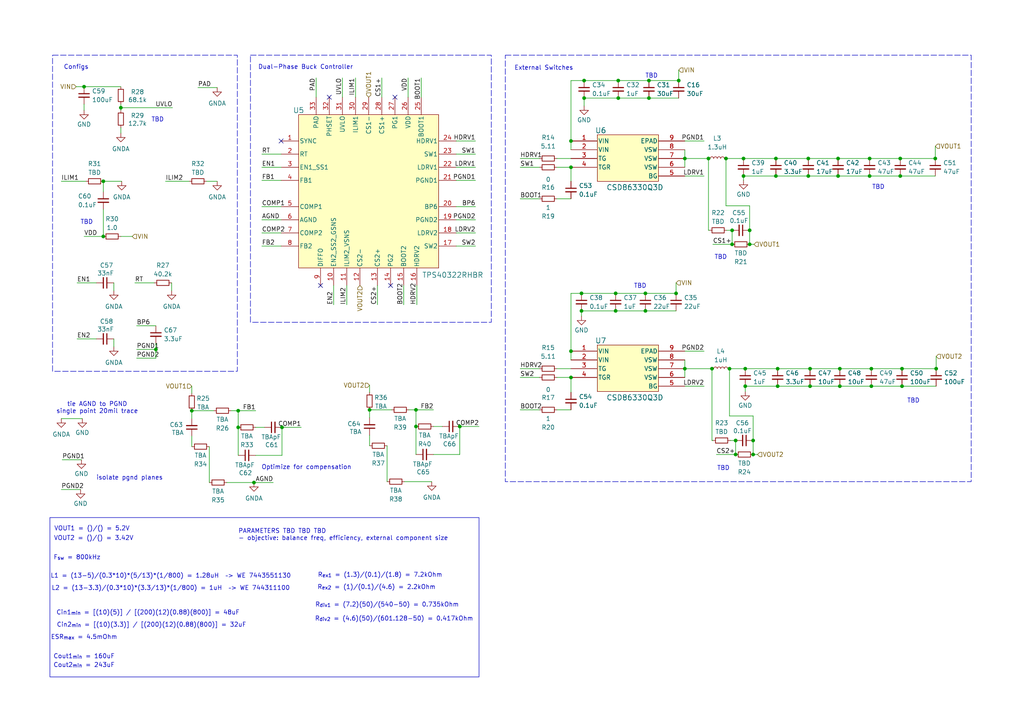
<source format=kicad_sch>
(kicad_sch (version 20230819) (generator eeschema)
  (paper "A4")
  (lib_symbols
    (symbol "CSD86330Q3D:CSD86330Q3D" (pin_names (offset 0.254))
      (property "Reference" "U" (at -8.636 6.858 0))
      (property "Value" "CSD86330Q3D" (at 2.032 -9.652 0))
      (symbol "CSD86330Q3D_0_1"
        (pin input line (at -16.51 3.81 0) (length 7.62) (name "VIN") (number "1"))
        (pin input line (at -16.51 1.27 0) (length 7.62) (name "VIN") (number "2"))
        (pin unspecified line (at -16.51 -1.27 0) (length 7.62) (name "TG") (number "3"))
        (pin unspecified line (at -16.51 -3.81 0) (length 7.62) (name "TGR") (number "4"))
        (pin unspecified line (at 16.51 -6.35 180) (length 7.62) (name "BG") (number "5"))
        (pin unspecified line (at 16.51 -3.81 180) (length 7.62) (name "VSW") (number "6"))
        (pin unspecified line (at 16.51 -1.27 180) (length 7.62) (name "VSW") (number "7"))
        (pin unspecified line (at 16.51 1.27 180) (length 7.62) (name "VSW") (number "8"))
        (pin power_in line (at 16.51 3.81 180) (length 7.62) (name "EPAD") (number "9"))
      )
      (symbol "CSD86330Q3D_1_1"
        (rectangle (start -8.89 5.588) (end 8.89 -7.874) (fill (type background)))
      )
    )
    (symbol "Device:C_Small" (pin_numbers hide) (pin_names (offset 0.254) hide)
      (property "Reference" "C" (at 0.254 1.778 0))
      (property "Value" "C_Small" (at 0.254 -2.032 0))
      (symbol "C_Small_0_1"
        (polyline (pts (xy -1.524 -0.508) (xy 1.524 -0.508)) (stroke (width 0.3302)))
        (polyline (pts (xy -1.524 0.508) (xy 1.524 0.508)) (stroke (width 0.3048)))
      )
      (symbol "C_Small_1_1"
        (pin passive line (at 0 2.54 270) (length 2.032) (name "~") (number "1"))
        (pin passive line (at 0 -2.54 90) (length 2.032) (name "~") (number "2"))
      )
    )
    (symbol "Device:L_Small" (pin_numbers hide) (pin_names (offset 0.254) hide)
      (property "Reference" "L" (at 0.762 1.016 0))
      (property "Value" "L_Small" (at 0.762 -1.016 0))
      (symbol "L_Small_0_1"
        (arc (start 0 -2.032) (mid 0.5058 -1.524) (end 0 -1.016))
        (arc (start 0 -1.016) (mid 0.5058 -0.508) (end 0 0))
        (arc (start 0 0) (mid 0.5058 0.508) (end 0 1.016))
        (arc (start 0 1.016) (mid 0.5058 1.524) (end 0 2.032))
      )
      (symbol "L_Small_1_1"
        (pin passive line (at 0 2.54 270) (length 0.508) (name "~") (number "1"))
        (pin passive line (at 0 -2.54 90) (length 0.508) (name "~") (number "2"))
      )
    )
    (symbol "Device:R_Small" (pin_numbers hide) (pin_names (offset 0.254) hide)
      (property "Reference" "R" (at 0.762 0.508 0))
      (property "Value" "R_Small" (at 0.762 -1.016 0))
      (symbol "R_Small_0_1"
        (rectangle (start -0.762 1.778) (end 0.762 -1.778) (stroke (width 0.2032)))
      )
      (symbol "R_Small_1_1"
        (pin passive line (at 0 2.54 270) (length 0.762) (name "~") (number "1"))
        (pin passive line (at 0 -2.54 90) (length 0.762) (name "~") (number "2"))
      )
    )
    (symbol "TPS40322RHBR:TPS40322RHBR" (pin_names (offset 0.254))
      (property "Reference" "U" (at -21.59 24.13 0))
      (property "Value" "TPS40322RHBR" (at 23.114 -23.114 0))
      (symbol "TPS40322RHBR_0_1"
        (pin bidirectional line (at -25.4 15.24 0) (length 5.08) (name "SYNC") (number "1"))
        (pin input line (at -10.16 -26.67 90) (length 5.08) (name "EN2_SS2_GSNS") (number "10"))
        (pin input line (at -6.35 -26.67 90) (length 5.08) (name "ILIM2_VSNS") (number "11"))
        (pin input line (at -2.54 -26.67 90) (length 5.08) (name "CS2-") (number "12"))
        (pin input line (at 2.54 -26.67 90) (length 5.08) (name "CS2+") (number "13"))
        (pin output line (at 6.35 -26.67 90) (length 5.08) (name "PG2") (number "14"))
        (pin power_in line (at 10.16 -26.67 90) (length 5.08) (name "BOOT2") (number "15"))
        (pin output line (at 13.97 -26.67 90) (length 5.08) (name "HDRV2") (number "16"))
        (pin power_in line (at 25.4 -15.24 180) (length 5.08) (name "SW2") (number "17"))
        (pin output line (at 25.4 -11.43 180) (length 5.08) (name "LDRV2") (number "18"))
        (pin power_in line (at 25.4 -7.62 180) (length 5.08) (name "PGND2") (number "19"))
        (pin input line (at -25.4 11.43 0) (length 5.08) (name "RT") (number "2"))
        (pin output line (at 25.4 -3.81 180) (length 5.08) (name "BP6") (number "20"))
        (pin power_in line (at 25.4 3.81 180) (length 5.08) (name "PGND1") (number "21"))
        (pin output line (at 25.4 7.62 180) (length 5.08) (name "LDRV1") (number "22"))
        (pin power_in line (at 25.4 11.43 180) (length 5.08) (name "SW1") (number "23"))
        (pin output line (at 25.4 15.24 180) (length 5.08) (name "HDRV1") (number "24"))
        (pin power_in line (at 15.24 27.94 270) (length 5.08) (name "BOOT1") (number "25"))
        (pin power_in line (at 11.43 27.94 270) (length 5.08) (name "VDD") (number "26"))
        (pin output line (at 7.62 27.94 270) (length 5.08) (name "PG1") (number "27"))
        (pin input line (at 3.81 27.94 270) (length 5.08) (name "CS1+") (number "28"))
        (pin input line (at 0 27.94 270) (length 5.08) (name "CS1-") (number "29"))
        (pin input line (at -25.4 7.62 0) (length 5.08) (name "EN1_SS1") (number "3"))
        (pin input line (at -3.81 27.94 270) (length 5.08) (name "ILIM1") (number "30"))
        (pin input line (at -7.62 27.94 270) (length 5.08) (name "UVLO") (number "31"))
        (pin input line (at -11.43 27.94 270) (length 5.08) (name "PHSET") (number "32"))
        (pin power_in line (at -15.24 27.94 270) (length 5.08) (name "PAD") (number "33"))
        (pin input line (at -25.4 3.81 0) (length 5.08) (name "FB1") (number "4"))
        (pin output line (at -25.4 -3.81 0) (length 5.08) (name "COMP1") (number "5"))
        (pin power_in line (at -25.4 -7.62 0) (length 5.08) (name "AGND") (number "6"))
        (pin output line (at -25.4 -11.43 0) (length 5.08) (name "COMP2") (number "7"))
        (pin input line (at -25.4 -15.24 0) (length 5.08) (name "FB2") (number "8"))
        (pin output line (at -13.97 -26.67 90) (length 5.08) (name "DIFFO") (number "9"))
      )
      (symbol "TPS40322RHBR_1_1"
        (rectangle (start -20.32 22.86) (end 20.32 -21.59) (fill (type background)))
      )
    )
    (symbol "power:GND" (power) (pin_names (offset 0))
      (property "Value" "GND" (at 0 -3.81 0))
      (symbol "GND_0_1"
        (polyline (pts (xy 0 0) (xy 0 -1.27) (xy 1.27 -1.27) (xy 0 -2.54) (xy -1.27 -1.27) (xy 0 -1.27)))
      )
      (symbol "GND_1_1"
        (pin power_in line (at 0 0 270) (length 0) hide (name "GND") (number "1"))
      )
    )
    (symbol "power:GNDA" (power) (pin_names (offset 0))
      (property "Value" "GNDA" (at 0 -3.81 0))
      (symbol "GNDA_0_1"
        (polyline (pts (xy 0 0) (xy 0 -1.27) (xy 1.27 -1.27) (xy 0 -2.54) (xy -1.27 -1.27) (xy 0 -1.27)))
      )
      (symbol "GNDA_1_1"
        (pin power_in line (at 0 0 270) (length 0) hide (name "GNDA") (number "1"))
      )
    )
  )
  (junction (at 225.044 51.054))
  (junction (at 205.486 45.974))
  (junction (at 243.586 112.014))
  (junction (at 271.272 45.974))
  (junction (at 261.62 112.014))
  (junction (at 188.214 23.368))
  (junction (at 187.198 90.17))
  (junction (at 198.628 106.934))
  (junction (at 212.344 66.802))
  (junction (at 234.95 106.934))
  (junction (at 81.788 123.952))
  (junction (at 196.85 23.368))
  (junction (at 213.36 127.762))
  (junction (at 215.646 45.974))
  (junction (at 24.384 25.146))
  (junction (at 169.418 23.368))
  (junction (at 165.608 40.894))
  (junction (at 73.66 139.954))
  (junction (at 243.586 106.934))
  (junction (at 29.972 52.578))
  (junction (at 120.65 118.872))
  (junction (at 107.188 118.872))
  (junction (at 216.154 112.014))
  (junction (at 252.222 51.054))
  (junction (at 211.582 106.934))
  (junction (at 225.552 112.014))
  (junction (at 168.656 90.17))
  (junction (at 120.65 123.698))
  (junction (at 225.044 45.974))
  (junction (at 29.972 68.58))
  (junction (at 179.324 23.368))
  (junction (at 168.656 85.09))
  (junction (at 178.562 90.17))
  (junction (at 217.424 66.802))
  (junction (at 215.646 51.054))
  (junction (at 196.088 85.09))
  (junction (at 261.112 51.054))
  (junction (at 261.62 106.934))
  (junction (at 179.324 28.448))
  (junction (at 165.608 109.474))
  (junction (at 218.44 131.826))
  (junction (at 252.73 106.934))
  (junction (at 210.566 45.974))
  (junction (at 225.552 106.934))
  (junction (at 271.526 106.934))
  (junction (at 55.626 119.126))
  (junction (at 216.154 106.934))
  (junction (at 69.088 119.126))
  (junction (at 252.222 45.974))
  (junction (at 234.442 51.054))
  (junction (at 45.212 101.346))
  (junction (at 165.608 101.854))
  (junction (at 133.35 123.698))
  (junction (at 178.562 85.09))
  (junction (at 213.36 131.826))
  (junction (at 206.502 106.934))
  (junction (at 234.95 112.014))
  (junction (at 243.078 45.974))
  (junction (at 212.344 70.866))
  (junction (at 187.198 85.09))
  (junction (at 169.418 28.448))
  (junction (at 261.112 45.974))
  (junction (at 188.214 28.448))
  (junction (at 252.73 112.014))
  (junction (at 234.442 45.974))
  (junction (at 217.424 70.866))
  (junction (at 165.608 48.514))
  (junction (at 35.052 31.242))
  (junction (at 243.078 51.054))
  (junction (at 198.628 45.974))
  (junction (at 218.44 127.762))
  (junction (at 69.088 123.952))
  (no_connect (at 92.964 82.804))
  (no_connect (at 95.504 28.194))
  (no_connect (at 113.284 82.804))
  (no_connect (at 114.554 28.194))
  (no_connect (at 81.534 40.894))
  (wire (pts (xy 69.088 119.126) (xy 69.088 123.952)))
  (wire (pts (xy 198.628 112.014) (xy 204.216 112.014)))
  (wire (pts (xy 271.272 42.418) (xy 271.272 45.974)))
  (wire (pts (xy 210.566 45.974) (xy 215.646 45.974)))
  (wire (pts (xy 81.534 71.374) (xy 75.946 71.374)))
  (wire (pts (xy 45.212 101.346) (xy 45.212 103.886)))
  (wire (pts (xy 156.464 106.934) (xy 150.876 106.934)))
  (wire (pts (xy 225.552 106.934) (xy 234.95 106.934)))
  (wire (pts (xy 234.442 51.054) (xy 243.078 51.054)))
  (wire (pts (xy 178.562 90.17) (xy 187.198 90.17)))
  (wire (pts (xy 91.694 28.194) (xy 91.694 22.606)))
  (wire (pts (xy 156.464 109.474) (xy 150.876 109.474)))
  (wire (pts (xy 178.562 85.09) (xy 187.198 85.09)))
  (wire (pts (xy 110.744 28.194) (xy 110.744 22.606)))
  (wire (pts (xy 215.646 45.974) (xy 225.044 45.974)))
  (wire (pts (xy 161.544 106.934) (xy 165.608 106.934)))
  (wire (pts (xy 261.112 45.974) (xy 271.272 45.974)))
  (wire (pts (xy 74.168 123.952) (xy 76.708 123.952)))
  (wire (pts (xy 69.088 119.126) (xy 74.168 119.126)))
  (wire (pts (xy 169.418 28.448) (xy 169.418 30.734)))
  (wire (pts (xy 133.35 123.698) (xy 138.938 123.698)))
  (wire (pts (xy 27.94 98.298) (xy 22.352 98.298)))
  (wire (pts (xy 217.424 59.69) (xy 217.424 66.802)))
  (wire (pts (xy 74.168 132.08) (xy 81.788 132.08)))
  (wire (pts (xy 156.464 48.514) (xy 150.876 48.514)))
  (wire (pts (xy 107.188 118.872) (xy 107.188 121.158)))
  (wire (pts (xy 211.582 106.934) (xy 211.582 120.65)))
  (wire (pts (xy 168.656 90.17) (xy 168.656 91.694)))
  (wire (pts (xy 252.73 112.014) (xy 261.62 112.014)))
  (wire (pts (xy 165.608 85.09) (xy 168.656 85.09)))
  (wire (pts (xy 179.324 28.448) (xy 188.214 28.448)))
  (wire (pts (xy 132.334 48.514) (xy 137.922 48.514)))
  (wire (pts (xy 165.608 40.894) (xy 165.608 23.368)))
  (wire (pts (xy 161.544 45.974) (xy 165.608 45.974)))
  (wire (pts (xy 206.502 127.762) (xy 206.756 127.762)))
  (wire (pts (xy 35.052 68.58) (xy 38.354 68.58)))
  (wire (pts (xy 261.112 51.054) (xy 271.272 51.054)))
  (wire (pts (xy 211.836 127.762) (xy 213.36 127.762)))
  (wire (pts (xy 62.992 25.4) (xy 57.404 25.4)))
  (wire (pts (xy 23.622 133.35) (xy 18.034 133.35)))
  (wire (pts (xy 132.334 71.374) (xy 137.922 71.374)))
  (wire (pts (xy 161.544 48.514) (xy 165.608 48.514)))
  (wire (pts (xy 225.044 45.974) (xy 234.442 45.974)))
  (wire (pts (xy 212.344 70.866) (xy 206.756 70.866)))
  (wire (pts (xy 65.786 139.954) (xy 73.66 139.954)))
  (wire (pts (xy 35.052 30.226) (xy 35.052 31.242)))
  (wire (pts (xy 112.268 129.286) (xy 112.268 139.7)))
  (wire (pts (xy 49.784 82.042) (xy 49.784 84.328)))
  (wire (pts (xy 33.02 98.298) (xy 33.02 100.584)))
  (wire (pts (xy 213.36 127.762) (xy 213.36 131.826)))
  (wire (pts (xy 169.418 28.448) (xy 179.324 28.448)))
  (wire (pts (xy 216.154 112.014) (xy 225.552 112.014)))
  (wire (pts (xy 55.626 119.126) (xy 61.976 119.126)))
  (wire (pts (xy 29.972 60.706) (xy 29.972 68.58)))
  (wire (pts (xy 252.222 51.054) (xy 261.112 51.054)))
  (wire (pts (xy 198.628 101.854) (xy 204.216 101.854)))
  (wire (pts (xy 156.464 57.658) (xy 150.876 57.658)))
  (wire (pts (xy 243.586 106.934) (xy 252.73 106.934)))
  (wire (pts (xy 22.098 25.146) (xy 24.384 25.146)))
  (wire (pts (xy 218.44 131.826) (xy 219.71 131.826)))
  (wire (pts (xy 125.73 123.698) (xy 128.27 123.698)))
  (wire (pts (xy 55.626 119.126) (xy 55.626 121.412)))
  (wire (pts (xy 243.078 51.054) (xy 252.222 51.054)))
  (wire (pts (xy 198.628 106.934) (xy 198.628 109.474)))
  (wire (pts (xy 24.384 25.146) (xy 35.052 25.146)))
  (wire (pts (xy 211.582 106.934) (xy 216.154 106.934)))
  (wire (pts (xy 215.646 51.054) (xy 215.646 52.324)))
  (wire (pts (xy 81.534 48.514) (xy 75.946 48.514)))
  (wire (pts (xy 33.02 82.042) (xy 33.02 84.328)))
  (wire (pts (xy 81.788 132.08) (xy 81.788 123.952)))
  (wire (pts (xy 213.36 131.826) (xy 207.772 131.826)))
  (wire (pts (xy 73.66 139.954) (xy 79.248 139.954)))
  (wire (pts (xy 81.788 123.952) (xy 87.376 123.952)))
  (wire (pts (xy 55.626 112.014) (xy 55.626 114.046)))
  (wire (pts (xy 187.198 90.17) (xy 196.088 90.17)))
  (wire (pts (xy 132.334 44.704) (xy 137.922 44.704)))
  (wire (pts (xy 206.502 106.934) (xy 206.502 127.762)))
  (wire (pts (xy 132.334 52.324) (xy 137.922 52.324)))
  (wire (pts (xy 107.188 111.76) (xy 107.188 113.792)))
  (wire (pts (xy 23.368 141.986) (xy 17.78 141.986)))
  (wire (pts (xy 165.608 109.474) (xy 165.608 113.792)))
  (wire (pts (xy 45.212 99.568) (xy 45.212 101.346)))
  (wire (pts (xy 59.944 52.578) (xy 62.992 52.578)))
  (wire (pts (xy 120.65 123.698) (xy 120.65 131.826)))
  (wire (pts (xy 48.006 52.578) (xy 54.864 52.578)))
  (wire (pts (xy 109.474 82.804) (xy 109.474 88.392)))
  (wire (pts (xy 45.212 94.488) (xy 39.624 94.488)))
  (wire (pts (xy 188.214 28.448) (xy 196.85 28.448)))
  (wire (pts (xy 35.052 37.084) (xy 35.052 38.608)))
  (wire (pts (xy 45.212 101.346) (xy 39.624 101.346)))
  (wire (pts (xy 187.198 85.09) (xy 196.088 85.09)))
  (wire (pts (xy 161.544 118.872) (xy 165.608 118.872)))
  (wire (pts (xy 198.628 51.054) (xy 204.216 51.054)))
  (wire (pts (xy 120.65 118.872) (xy 125.73 118.872)))
  (wire (pts (xy 243.586 112.014) (xy 252.73 112.014)))
  (wire (pts (xy 217.424 70.866) (xy 218.694 70.866)))
  (wire (pts (xy 188.214 23.368) (xy 196.85 23.368)))
  (wire (pts (xy 96.774 82.804) (xy 96.774 88.392)))
  (wire (pts (xy 118.364 28.194) (xy 118.364 22.606)))
  (wire (pts (xy 120.65 118.872) (xy 120.65 123.698)))
  (wire (pts (xy 169.418 23.368) (xy 179.324 23.368)))
  (wire (pts (xy 117.094 82.804) (xy 117.094 88.392)))
  (wire (pts (xy 81.534 67.564) (xy 75.946 67.564)))
  (wire (pts (xy 103.124 28.194) (xy 103.124 22.606)))
  (wire (pts (xy 218.44 127.762) (xy 218.44 131.826)))
  (wire (pts (xy 216.154 112.014) (xy 216.154 113.538)))
  (wire (pts (xy 211.582 120.65) (xy 218.44 120.65)))
  (wire (pts (xy 27.94 82.042) (xy 22.352 82.042)))
  (wire (pts (xy 165.608 40.894) (xy 165.608 43.434)))
  (wire (pts (xy 252.73 106.934) (xy 261.62 106.934)))
  (wire (pts (xy 60.706 129.54) (xy 60.706 139.954)))
  (wire (pts (xy 225.552 112.014) (xy 234.95 112.014)))
  (wire (pts (xy 198.628 106.934) (xy 206.502 106.934)))
  (wire (pts (xy 198.628 104.394) (xy 198.628 106.934)))
  (wire (pts (xy 69.088 123.952) (xy 69.088 132.08)))
  (wire (pts (xy 234.95 106.934) (xy 243.586 106.934)))
  (wire (pts (xy 81.534 52.324) (xy 75.946 52.324)))
  (wire (pts (xy 271.526 103.378) (xy 271.526 106.934)))
  (wire (pts (xy 165.608 101.854) (xy 165.608 104.394)))
  (wire (pts (xy 35.052 31.242) (xy 35.052 32.004)))
  (wire (pts (xy 210.82 66.802) (xy 212.344 66.802)))
  (wire (pts (xy 67.056 119.126) (xy 69.088 119.126)))
  (wire (pts (xy 161.544 109.474) (xy 165.608 109.474)))
  (wire (pts (xy 234.95 112.014) (xy 243.586 112.014)))
  (wire (pts (xy 132.334 63.754) (xy 137.922 63.754)))
  (wire (pts (xy 156.464 45.974) (xy 150.876 45.974)))
  (wire (pts (xy 205.486 45.974) (xy 205.486 66.802)))
  (wire (pts (xy 210.566 45.974) (xy 210.566 59.69)))
  (wire (pts (xy 29.972 68.58) (xy 24.384 68.58)))
  (wire (pts (xy 216.154 106.934) (xy 225.552 106.934)))
  (wire (pts (xy 125.73 131.826) (xy 133.35 131.826)))
  (wire (pts (xy 217.424 66.802) (xy 217.424 70.866)))
  (wire (pts (xy 81.534 63.754) (xy 75.946 63.754)))
  (wire (pts (xy 198.628 45.974) (xy 198.628 48.514)))
  (wire (pts (xy 161.544 57.658) (xy 165.608 57.658)))
  (wire (pts (xy 212.344 66.802) (xy 212.344 70.866)))
  (wire (pts (xy 35.052 31.242) (xy 50.038 31.242)))
  (wire (pts (xy 156.464 118.872) (xy 150.876 118.872)))
  (wire (pts (xy 133.35 131.826) (xy 133.35 123.698)))
  (wire (pts (xy 107.188 118.872) (xy 113.538 118.872)))
  (wire (pts (xy 198.628 45.974) (xy 205.486 45.974)))
  (wire (pts (xy 107.188 126.238) (xy 107.188 129.286)))
  (wire (pts (xy 122.174 28.194) (xy 122.174 22.606)))
  (wire (pts (xy 99.314 28.194) (xy 99.314 22.606)))
  (wire (pts (xy 261.62 112.014) (xy 271.526 112.014)))
  (wire (pts (xy 132.334 40.894) (xy 137.922 40.894)))
  (wire (pts (xy 29.972 52.578) (xy 35.306 52.578)))
  (wire (pts (xy 165.608 85.09) (xy 165.608 101.854)))
  (wire (pts (xy 215.646 51.054) (xy 225.044 51.054)))
  (wire (pts (xy 205.486 66.802) (xy 205.74 66.802)))
  (wire (pts (xy 210.566 59.69) (xy 217.424 59.69)))
  (wire (pts (xy 168.656 85.09) (xy 178.562 85.09)))
  (wire (pts (xy 44.704 82.042) (xy 39.116 82.042)))
  (wire (pts (xy 225.044 51.054) (xy 234.442 51.054)))
  (wire (pts (xy 117.348 139.7) (xy 125.222 139.7)))
  (wire (pts (xy 120.904 82.804) (xy 120.904 88.392)))
  (wire (pts (xy 261.62 106.934) (xy 271.526 106.934)))
  (wire (pts (xy 168.656 90.17) (xy 178.562 90.17)))
  (wire (pts (xy 243.078 45.974) (xy 252.222 45.974)))
  (wire (pts (xy 252.222 45.974) (xy 261.112 45.974)))
  (wire (pts (xy 165.608 23.368) (xy 169.418 23.368)))
  (wire (pts (xy 118.618 118.872) (xy 120.65 118.872)))
  (wire (pts (xy 17.78 52.578) (xy 24.892 52.578)))
  (wire (pts (xy 196.088 82.042) (xy 196.088 85.09)))
  (wire (pts (xy 55.626 126.492) (xy 55.626 129.54)))
  (wire (pts (xy 165.608 48.514) (xy 165.608 52.578)))
  (wire (pts (xy 24.384 30.226) (xy 24.384 32.004)))
  (wire (pts (xy 100.584 82.804) (xy 100.584 88.392)))
  (wire (pts (xy 81.534 59.944) (xy 75.946 59.944)))
  (wire (pts (xy 198.628 40.894) (xy 204.216 40.894)))
  (wire (pts (xy 179.324 23.368) (xy 188.214 23.368)))
  (wire (pts (xy 132.334 67.564) (xy 137.922 67.564)))
  (wire (pts (xy 132.334 59.944) (xy 137.922 59.944)))
  (wire (pts (xy 29.972 52.578) (xy 29.972 55.626)))
  (wire (pts (xy 234.442 45.974) (xy 243.078 45.974)))
  (wire (pts (xy 17.78 121.412) (xy 23.876 121.412)))
  (wire (pts (xy 196.85 20.32) (xy 196.85 23.368)))
  (wire (pts (xy 45.212 103.886) (xy 39.624 103.886)))
  (wire (pts (xy 198.628 43.434) (xy 198.628 45.974)))
  (wire (pts (xy 81.534 44.704) (xy 75.946 44.704)))
  (wire (pts (xy 218.44 120.65) (xy 218.44 127.762)))
  (rectangle (start 14.478 150.114) (end 138.938 196.342))
  (rectangle (start 72.644 16.002) (end 142.494 93.472) (stroke (width 0) (type dash)))
  (rectangle (start 15.24 16.002) (end 68.834 107.696) (stroke (width 0) (type dash)))
  (rectangle (start 146.558 16.002) (end 281.686 139.7) (stroke (width 0) (type dash)))
  (text "F_{sw} = 800kHz" (at 22.352 161.798 0) (effects (font (size 1.27 1.27))))
  (text "VOUT2 = ()/() = 3.42V" (at 27.178 156.21 0) (effects (font (size 1.27 1.27))))
  (text "TBD" (at 264.922 116.332 0) (effects (font (size 1.27 1.27))))
  (text "VOUT1 = ()/() = 5.2V" (at 26.67 153.416 0) (effects (font (size 1.27 1.27))))
  (text "isolate pgnd planes" (at 37.592 138.684 0) (effects (font (size 1.27 1.27))))
  (text "R_{div1} = (7.2)(50)/(540-50) = 0.735kOhm" (at 112.268 175.514 0) (effects (font (size 1.27 1.27))))
  (text "TBD" (at 188.976 22.098 0) (effects (font (size 1.27 1.27))))
  (text "TBD" (at 185.674 83.058 0) (effects (font (size 1.27 1.27))))
  (text "L2 = (13-3.3)/(0.3*10)*(3.3/13)*(1/800) = 1uH  –> WE 744311100" (at 49.53 170.688 0) (effects (font (size 1.27 1.27))))
  (text "tie AGND to PGND\nsingle point 20mil trace\n" (at 28.194 118.364 0) (effects (font (size 1.27 1.27))))
  (text "Cin2_{min} = [(10)(3.3)] / [(200)(12)(0.88)(800)] = 32uF" (at 43.942 181.356 0) (effects (font (size 1.27 1.27))))
  (text "TBD" (at 209.804 135.89 0) (effects (font (size 1.27 1.27))))
  (text "R_{div2} = (4.6)(50)/(601.128-50) = 0.417kOhm" (at 114.3 179.578 0) (effects (font (size 1.27 1.27))))
  (text "TBD" (at 25.146 64.516 0) (effects (font (size 1.27 1.27))))
  (text "R_{ex2} = (1)/(0.1)/(4.6) = 2.2kOhm" (at 109.22 170.434 0) (effects (font (size 1.27 1.27))))
  (text "Cout2_{min} = 243uF" (at 24.384 193.04 0) (effects (font (size 1.27 1.27))))
  (text "PARAMETERS TBD TBD TBD\n- objective: balance freq, efficiency, external component size" (at 69.088 155.194 0) (effects (font (size 1.27 1.27)) (justify left)))
  (text "Cout1_{min} = 160uF" (at 24.384 190.5 0) (effects (font (size 1.27 1.27))))
  (text "Optimize for compensation" (at 88.9 135.636 0) (effects (font (size 1.27 1.27))))
  (text "R_{ex1} = (1.3)/(0.1)/(1.8) = 7.2kOhm" (at 110.236 166.878 0) (effects (font (size 1.27 1.27))))
  (text "External Switches" (at 157.734 19.812 0) (effects (font (size 1.27 1.27))))
  (text "L1 = (13-5)/(0.3*10)*(5/13)*(1/800) = 1.28uH  –> WE 7443551130" (at 49.53 167.132 0) (effects (font (size 1.27 1.27))))
  (text "Dual-Phase Buck Controller" (at 88.646 19.558 0) (effects (font (size 1.27 1.27))))
  (text "Configs" (at 22.098 19.558 0) (effects (font (size 1.27 1.27))))
  (text "ESR_{max} = 4.5mOhm" (at 24.384 184.912 0) (effects (font (size 1.27 1.27))))
  (text "TBD" (at 254.762 54.356 0) (effects (font (size 1.27 1.27))))
  (text "TBD" (at 45.72 34.798 0) (effects (font (size 1.27 1.27))))
  (text "TBD" (at 209.042 74.676 0) (effects (font (size 1.27 1.27))))
  (text "Cin1_{min} = [(10)(5)] / [(200)(12)(0.88)(800)] = 48uF" (at 42.926 177.8 0) (effects (font (size 1.27 1.27))))
  (label "PGND2" (at 17.78 141.986 0))
  (label "BP6" (at 137.922 59.944 180))
  (label "RT" (at 75.946 44.704 0))
  (label "BOOT2" (at 150.876 118.872 0))
  (label "PGND1" (at 204.216 40.894 180))
  (label "PAD" (at 57.404 25.4 0))
  (label "PGND1" (at 39.624 101.346 0))
  (label "SW2" (at 150.876 109.474 0))
  (label "EN2" (at 96.774 88.392 90))
  (label "COMP2" (at 75.946 67.564 0))
  (label "EN1" (at 22.352 82.042 0))
  (label "HDRV2" (at 120.904 88.392 90))
  (label "EN2" (at 22.352 98.298 0))
  (label "ILIM2" (at 100.584 88.392 90))
  (label "LDRV1" (at 137.922 48.514 180))
  (label "HDRV2" (at 150.876 106.934 0))
  (label "BOOT2" (at 117.094 88.392 90))
  (label "PGND2" (at 204.216 101.854 180))
  (label "ILIM1" (at 17.78 52.578 0))
  (label "ILIM1" (at 103.124 22.606 270))
  (label "COMP1" (at 75.946 59.944 0))
  (label "BOOT1" (at 150.876 57.658 0))
  (label "LDRV2" (at 204.216 112.014 180))
  (label "CS2+" (at 207.772 131.826 0))
  (label "HDRV1" (at 150.876 45.974 0))
  (label "CS1+" (at 206.756 70.866 0))
  (label "PGND1" (at 18.034 133.35 0))
  (label "VDD" (at 118.364 22.606 270))
  (label "FB2" (at 125.73 118.872 180))
  (label "VDD" (at 24.384 68.58 0))
  (label "AGND" (at 79.248 139.954 180))
  (label "FB1" (at 75.946 52.324 0))
  (label "SW1" (at 150.876 48.514 0))
  (label "RT" (at 39.116 82.042 0))
  (label "FB1" (at 74.168 119.126 180))
  (label "COMP2" (at 138.938 123.698 180))
  (label "LDRV1" (at 204.216 51.054 180))
  (label "BOOT1" (at 122.174 22.606 270))
  (label "UVLO" (at 99.314 22.606 270))
  (label "EN1" (at 75.946 48.514 0))
  (label "LDRV2" (at 137.922 67.564 180))
  (label "CS1+" (at 110.744 22.606 270))
  (label "UVLO" (at 50.038 31.242 180))
  (label "FB2" (at 75.946 71.374 0))
  (label "PGND2" (at 137.922 63.754 180))
  (label "PGND2" (at 39.624 103.886 0))
  (label "ILIM2" (at 48.006 52.578 0))
  (label "SW1" (at 137.922 44.704 180))
  (label "COMP1" (at 87.376 123.952 180))
  (label "SW2" (at 137.922 71.374 180))
  (label "BP6" (at 39.624 94.488 0))
  (label "PGND1" (at 137.922 52.324 180))
  (label "CS2+" (at 109.474 88.392 90))
  (label "PAD" (at 91.694 22.606 270))
  (label "HDRV1" (at 137.922 40.894 180))
  (label "AGND" (at 75.946 63.754 0))
  (hierarchical_label "VOUT2" (shape input) (at 219.71 131.826 0))
  (hierarchical_label "VOUT1" (shape input) (at 55.626 112.014 180))
  (hierarchical_label "VOUT1" (shape input) (at 106.934 28.194 90))
  (hierarchical_label "VIN" (shape input) (at 196.088 82.042 0))
  (hierarchical_label "VOUT2" (shape input) (at 107.188 111.76 180))
  (hierarchical_label "VIN" (shape input) (at 38.354 68.58 0))
  (hierarchical_label "VOUT1" (shape input) (at 271.272 42.418 0))
  (hierarchical_label "VOUT2" (shape input) (at 271.526 103.378 0))
  (hierarchical_label "VOUT2" (shape input) (at 104.394 82.804 270))
  (hierarchical_label "VIN" (shape input) (at 22.098 25.146 180))
  (hierarchical_label "VIN" (shape input) (at 196.85 20.32 0))
  (hierarchical_label "VOUT1" (shape input) (at 218.694 70.866 0))
  (symbol (lib_id "Device:R_Small") (at 63.246 139.954 90) (unit 1)
    (property "Reference" "R35" (at 63.246 145.034 90))
    (property "Value" "TBA" (at 63.246 142.494 90))
    (property "Description" "Resistor, small symbol" (effects hide))
  )
  (symbol (lib_id "Device:R_Small") (at 71.628 123.952 90) (unit 1)
    (property "Reference" "R33" (at 71.628 129.032 90))
    (property "Value" "TBA" (at 71.628 126.492 90))
    (property "Description" "Resistor, small symbol" (effects hide))
  )
  (symbol (lib_id "Device:R_Small") (at 123.19 123.698 90) (unit 1)
    (property "Reference" "R40" (at 123.19 128.778 90))
    (property "Value" "TBA" (at 123.19 126.238 90))
    (property "Description" "Resistor, small symbol" (effects hide))
  )
  (symbol (lib_id "Device:R_Small") (at 58.166 129.54 90) (unit 1)
    (property "Reference" "R34" (at 58.166 134.62 90))
    (property "Value" "TBA" (at 58.166 132.08 90))
    (property "Description" "Resistor, small symbol" (effects hide))
  )
  (symbol (lib_id "power:GNDA") (at 49.784 84.328 0) (unit 1)
    (property "Reference" "#PWR035" (effects hide))
    (property "Value" "GNDA" (at 49.784 88.9 0))
    (property "Description" "Power symbol creates a global label with name \"GNDA\" , analog ground" (effects hide))
  )
  (symbol (lib_id "power:GNDA") (at 17.78 121.412 0) (unit 1)
    (property "Reference" "#PWR032" (effects hide))
    (property "Value" "GNDA" (at 17.78 125.984 0))
    (property "Description" "Power symbol creates a global label with name \"GNDA\" , analog ground" (effects hide))
  )
  (symbol (lib_id "power:GNDA") (at 73.66 139.954 0) (unit 1)
    (property "Reference" "#PWR041" (effects hide))
    (property "Value" "GNDA" (at 73.66 144.526 0))
    (property "Description" "Power symbol creates a global label with name \"GNDA\" , analog ground" (effects hide))
  )
  (symbol (lib_id "Device:R_Small") (at 159.004 106.934 90) (unit 1)
    (property "Reference" "R15" (at 159.004 100.838 90))
    (property "Value" "5.11" (at 159.004 103.378 90))
    (property "Description" "Resistor, small symbol" (effects hide))
  )
  (symbol (lib_id "Device:R_Small") (at 116.078 118.872 90) (unit 1)
    (property "Reference" "R39" (at 116.078 123.952 90))
    (property "Value" "TBA" (at 116.078 121.412 90))
    (property "Description" "Resistor, small symbol" (effects hide))
  )
  (symbol (lib_id "Device:C_Small") (at 165.608 116.332 0) (unit 1)
    (property "Reference" "C54" (at 167.894 115.062 0) (effects (justify left)))
    (property "Value" "0.1uF" (at 167.894 117.602 0) (effects (justify left)))
    (property "Description" "Unpolarized capacitor, small symbol" (effects hide))
  )
  (symbol (lib_id "Device:C_Small") (at 169.418 25.908 0) (unit 1)
    (property "Reference" "C34" (at 171.704 24.638 0) (effects (justify left)))
    (property "Value" "0.1uF" (at 171.704 27.178 0) (effects (justify left)))
    (property "Description" "Unpolarized capacitor, small symbol" (effects hide))
  )
  (symbol (lib_id "Device:C_Small") (at 130.81 123.698 90) (unit 1)
    (property "Reference" "C66" (at 132.334 128.778 90) (effects (justify left)))
    (property "Value" "TBApF" (at 133.096 126.492 90) (effects (justify left)))
    (property "Description" "Unpolarized capacitor, small symbol" (effects hide))
  )
  (symbol (lib_id "Device:C_Small") (at 243.586 109.474 0) (unit 1)
    (property "Reference" "C48" (at 245.872 108.204 0) (effects (justify left)))
    (property "Value" "10uF" (at 245.872 110.744 0) (effects (justify left)))
    (property "Description" "Unpolarized capacitor, small symbol" (effects hide))
  )
  (symbol (lib_id "Device:R_Small") (at 32.512 68.58 270) (unit 1)
    (property "Reference" "R30" (at 32.512 63.5 90))
    (property "Value" "1.0" (at 32.512 66.04 90))
    (property "Description" "Resistor, small symbol" (effects hide))
  )
  (symbol (lib_id "Device:R_Small") (at 57.404 52.578 270) (unit 1)
    (property "Reference" "R32" (at 57.404 47.498 90))
    (property "Value" "TBD" (at 57.404 50.038 90))
    (property "Description" "Resistor, small symbol" (effects hide))
  )
  (symbol (lib_id "power:GND") (at 24.384 32.004 0) (unit 1)
    (property "Reference" "#PWR037" (effects hide))
    (property "Value" "GND" (at 24.384 36.068 0))
    (property "Description" "Power symbol creates a global label with name \"GND\" , ground" (effects hide))
  )
  (symbol (lib_id "Device:R_Small") (at 35.052 34.544 0) (unit 1)
    (property "Reference" "R29" (at 39.878 33.528 0))
    (property "Value" "12.7k" (at 39.878 35.814 0))
    (property "Description" "Resistor, small symbol" (effects hide))
  )
  (symbol (lib_id "power:GND") (at 23.622 133.35 0) (unit 1)
    (property "Reference" "#PWR043" (effects hide))
    (property "Value" "GND" (at 23.622 137.414 0))
    (property "Description" "Power symbol creates a global label with name \"GND\" , ground" (effects hide))
  )
  (symbol (lib_id "Device:R_Small") (at 208.28 66.802 270) (unit 1)
    (property "Reference" "R22" (at 208.28 61.722 90))
    (property "Value" "TBD" (at 208.28 64.262 90))
    (property "Description" "Resistor, small symbol" (effects hide))
  )
  (symbol (lib_id "Device:C_Small") (at 225.552 109.474 0) (unit 1)
    (property "Reference" "C46" (at 227.838 108.204 0) (effects (justify left)))
    (property "Value" "3.3uF" (at 227.838 110.744 0) (effects (justify left)))
    (property "Description" "Unpolarized capacitor, small symbol" (effects hide))
  )
  (symbol (lib_id "Device:C_Small") (at 271.272 48.514 0) (unit 1)
    (property "Reference" "C51" (at 273.558 47.244 0) (effects (justify left)))
    (property "Value" "47uF" (at 273.558 49.784 0) (effects (justify left)))
    (property "Description" "Unpolarized capacitor, small symbol" (effects hide))
  )
  (symbol (lib_id "power:GNDA") (at 35.306 52.578 0) (unit 1)
    (property "Reference" "#PWR039" (effects hide))
    (property "Value" "GNDA" (at 35.306 57.15 0))
    (property "Description" "Power symbol creates a global label with name \"GNDA\" , analog ground" (effects hide))
  )
  (symbol (lib_id "Device:R_Small") (at 35.052 27.686 0) (unit 1)
    (property "Reference" "R28" (at 39.878 26.67 0))
    (property "Value" "68.1k" (at 39.878 28.956 0))
    (property "Description" "Resistor, small symbol" (effects hide))
  )
  (symbol (lib_id "Device:L_Small") (at 209.042 106.934 90) (unit 1)
    (property "Reference" "L4" (at 209.042 101.854 90))
    (property "Value" "1uH" (at 209.042 104.394 90))
    (property "Description" "Inductor, small symbol" (effects hide))
  )
  (symbol (lib_id "Device:C_Small") (at 215.9 127.762 270) (unit 1)
    (property "Reference" "C56" (at 213.36 122.682 90) (effects (justify left)))
    (property "Value" "0.1uF" (at 212.598 124.968 90) (effects (justify left)))
    (property "Description" "Unpolarized capacitor, small symbol" (effects hide))
  )
  (symbol (lib_id "Device:R_Small") (at 114.808 139.7 90) (unit 1)
    (property "Reference" "R38" (at 114.808 144.78 90))
    (property "Value" "TBA" (at 114.808 142.24 90))
    (property "Description" "Resistor, small symbol" (effects hide))
  )
  (symbol (lib_id "Device:C_Small") (at 261.112 48.514 0) (unit 1)
    (property "Reference" "C44" (at 263.398 47.244 0) (effects (justify left)))
    (property "Value" "47uF" (at 263.398 49.784 0) (effects (justify left)))
    (property "Description" "Unpolarized capacitor, small symbol" (effects hide))
  )
  (symbol (lib_id "power:GND") (at 216.154 113.538 0) (unit 1)
    (property "Reference" "#PWR026" (effects hide))
    (property "Value" "GND" (at 216.154 117.602 0))
    (property "Description" "Power symbol creates a global label with name \"GND\" , ground" (effects hide))
  )
  (symbol (lib_id "Device:C_Small") (at 179.324 25.908 0) (unit 1)
    (property "Reference" "C32" (at 181.61 24.638 0) (effects (justify left)))
    (property "Value" "1uF" (at 181.61 27.178 0) (effects (justify left)))
    (property "Description" "Unpolarized capacitor, small symbol" (effects hide))
  )
  (symbol (lib_id "CSD86330Q3D:CSD86330Q3D") (at 182.118 105.664 0) (unit 1)
    (property "Reference" "U7" (at 174.244 98.806 0) (effects (font (size 1.524 1.524))))
    (property "Value" "CSD86330Q3D" (at 184.15 115.316 0) (effects (font (size 1.524 1.524))))
    (property "Footprint" "DQZ8_1P8X2P7" (effects hide))
    (property "Datasheet" "CSD86330Q3D" (effects hide))
  )
  (symbol (lib_id "Device:R_Small") (at 159.004 118.872 270) (unit 1)
    (property "Reference" "R20" (at 159.004 123.952 90))
    (property "Value" "1" (at 159.004 121.412 90))
    (property "Description" "Resistor, small symbol" (effects hide))
  )
  (symbol (lib_id "Device:C_Small") (at 107.188 123.698 180) (unit 1)
    (property "Reference" "C64" (at 104.648 122.936 0) (effects (justify left)))
    (property "Value" "TBA" (at 104.902 125.222 0) (effects (justify left)))
    (property "Description" "Unpolarized capacitor, small symbol" (effects hide))
  )
  (symbol (lib_id "power:GND") (at 169.418 30.734 0) (unit 1)
    (property "Reference" "#PWR08" (effects hide))
    (property "Value" "GND" (at 169.418 34.798 0))
    (property "Description" "Power symbol creates a global label with name \"GND\" , ground" (effects hide))
  )
  (symbol (lib_id "power:GNDA") (at 33.02 100.584 0) (unit 1)
    (property "Reference" "#PWR034" (effects hide))
    (property "Value" "GNDA" (at 33.02 105.156 0))
    (property "Description" "Power symbol creates a global label with name \"GNDA\" , analog ground" (effects hide))
  )
  (symbol (lib_id "Device:C_Small") (at 225.044 48.514 0) (unit 1)
    (property "Reference" "C40" (at 227.33 47.244 0) (effects (justify left)))
    (property "Value" "3.3uF" (at 227.33 49.784 0) (effects (justify left)))
    (property "Description" "Unpolarized capacitor, small symbol" (effects hide))
  )
  (symbol (lib_id "Device:C_Small") (at 123.19 131.826 90) (unit 1)
    (property "Reference" "C65" (at 124.714 136.906 90) (effects (justify left)))
    (property "Value" "TBApF" (at 125.476 134.62 90) (effects (justify left)))
    (property "Description" "Unpolarized capacitor, small symbol" (effects hide))
  )
  (symbol (lib_id "Device:C_Small") (at 55.626 123.952 180) (unit 1)
    (property "Reference" "C63" (at 53.086 123.19 0) (effects (justify left)))
    (property "Value" "TBA" (at 53.34 125.476 0) (effects (justify left)))
    (property "Description" "Unpolarized capacitor, small symbol" (effects hide))
  )
  (symbol (lib_id "Device:R_Small") (at 64.516 119.126 90) (unit 1)
    (property "Reference" "R26" (at 64.516 124.206 90))
    (property "Value" "TBA" (at 64.516 121.666 90))
    (property "Description" "Resistor, small symbol" (effects hide))
  )
  (symbol (lib_id "Device:C_Small") (at 71.628 132.08 90) (unit 1)
    (property "Reference" "C62" (at 73.152 137.16 90) (effects (justify left)))
    (property "Value" "TBApF" (at 73.914 134.874 90) (effects (justify left)))
    (property "Description" "Unpolarized capacitor, small symbol" (effects hide))
  )
  (symbol (lib_id "Device:C_Small") (at 271.526 109.474 0) (unit 1)
    (property "Reference" "C52" (at 273.812 108.204 0) (effects (justify left)))
    (property "Value" "100uF" (at 273.812 110.744 0) (effects (justify left)))
    (property "Description" "Unpolarized capacitor, small symbol" (effects hide))
  )
  (symbol (lib_id "Device:C_Small") (at 214.884 66.802 270) (unit 1)
    (property "Reference" "C55" (at 212.344 61.722 90) (effects (justify left)))
    (property "Value" "0.1uF" (at 211.582 64.008 90) (effects (justify left)))
    (property "Description" "Unpolarized capacitor, small symbol" (effects hide))
  )
  (symbol (lib_id "Device:C_Small") (at 234.442 48.514 0) (unit 1)
    (property "Reference" "C41" (at 236.728 47.244 0) (effects (justify left)))
    (property "Value" "17uF" (at 236.728 49.784 0) (effects (justify left)))
    (property "Description" "Unpolarized capacitor, small symbol" (effects hide))
  )
  (symbol (lib_id "power:GND") (at 23.876 121.412 0) (unit 1)
    (property "Reference" "#PWR033" (effects hide))
    (property "Value" "GND" (at 23.876 125.476 0))
    (property "Description" "Power symbol creates a global label with name \"GND\" , ground" (effects hide))
  )
  (symbol (lib_id "Device:C_Small") (at 196.088 87.63 0) (unit 1)
    (property "Reference" "C35" (at 198.374 86.36 0) (effects (justify left)))
    (property "Value" "22uF" (at 198.374 88.9 0) (effects (justify left)))
    (property "Description" "Unpolarized capacitor, small symbol" (effects hide))
  )
  (symbol (lib_id "Device:R_Small") (at 109.728 129.286 90) (unit 1)
    (property "Reference" "R37" (at 109.728 134.366 90))
    (property "Value" "TBA" (at 109.728 131.826 90))
    (property "Description" "Resistor, small symbol" (effects hide))
  )
  (symbol (lib_id "Device:R_Small") (at 159.004 57.658 270) (unit 1)
    (property "Reference" "R19" (at 159.004 62.738 90))
    (property "Value" "1" (at 159.004 60.198 90))
    (property "Description" "Resistor, small symbol" (effects hide))
  )
  (symbol (lib_id "Device:C_Small") (at 252.73 109.474 0) (unit 1)
    (property "Reference" "C49" (at 255.016 108.204 0) (effects (justify left)))
    (property "Value" "47uF" (at 255.016 110.744 0) (effects (justify left)))
    (property "Description" "Unpolarized capacitor, small symbol" (effects hide))
  )
  (symbol (lib_id "Device:C_Small") (at 187.198 87.63 0) (unit 1)
    (property "Reference" "C36" (at 189.484 86.36 0) (effects (justify left)))
    (property "Value" "22uF" (at 189.484 88.9 0) (effects (justify left)))
    (property "Description" "Unpolarized capacitor, small symbol" (effects hide))
  )
  (symbol (lib_id "Device:C_Small") (at 252.222 48.514 0) (unit 1)
    (property "Reference" "C43" (at 254.508 47.244 0) (effects (justify left)))
    (property "Value" "47uF" (at 254.508 49.784 0) (effects (justify left)))
    (property "Description" "Unpolarized capacitor, small symbol" (effects hide))
  )
  (symbol (lib_id "TPS40322RHBR:TPS40322RHBR") (at 106.934 56.134 0) (unit 1)
    (property "Reference" "U5" (at 86.614 32.004 0) (effects (font (size 1.524 1.524))))
    (property "Value" "TPS40322RHBR" (at 131.318 79.756 0) (effects (font (size 1.524 1.524))))
    (property "Footprint" "RHB0032D" (effects hide))
    (property "Datasheet" "TPS40322RHBR" (effects hide))
  )
  (symbol (lib_id "Device:C_Small") (at 215.646 48.514 0) (unit 1)
    (property "Reference" "C39" (at 217.932 47.244 0) (effects (justify left)))
    (property "Value" "1uF" (at 217.932 49.784 0) (effects (justify left)))
    (property "Description" "Unpolarized capacitor, small symbol" (effects hide))
  )
  (symbol (lib_id "Device:R_Small") (at 214.884 70.866 90) (unit 1)
    (property "Reference" "R21" (at 214.884 75.946 90))
    (property "Value" "TBD" (at 214.884 73.406 90))
    (property "Description" "Resistor, small symbol" (effects hide))
  )
  (symbol (lib_id "Device:R_Small") (at 47.244 82.042 90) (unit 1)
    (property "Reference" "R27" (at 47.244 76.962 90))
    (property "Value" "40.2k" (at 47.244 79.502 90))
    (property "Description" "Resistor, small symbol" (effects hide))
  )
  (symbol (lib_id "Device:C_Small") (at 243.078 48.514 0) (unit 1)
    (property "Reference" "C42" (at 245.364 47.244 0) (effects (justify left)))
    (property "Value" "17uF" (at 245.364 49.784 0) (effects (justify left)))
    (property "Description" "Unpolarized capacitor, small symbol" (effects hide))
  )
  (symbol (lib_id "Device:R_Small") (at 159.004 109.474 270) (unit 1)
    (property "Reference" "R17" (at 159.004 115.316 90))
    (property "Value" "0" (at 159.004 113.03 90))
    (property "Description" "Resistor, small symbol" (effects hide))
  )
  (symbol (lib_id "Device:C_Small") (at 45.212 97.028 0) (unit 1)
    (property "Reference" "C67" (at 47.498 95.758 0) (effects (justify left)))
    (property "Value" "3.3uF" (at 47.498 98.298 0) (effects (justify left)))
    (property "Description" "Unpolarized capacitor, small symbol" (effects hide))
  )
  (symbol (lib_id "Device:C_Small") (at 261.62 109.474 0) (unit 1)
    (property "Reference" "C50" (at 263.906 108.204 0) (effects (justify left)))
    (property "Value" "100uF" (at 263.906 110.744 0) (effects (justify left)))
    (property "Description" "Unpolarized capacitor, small symbol" (effects hide))
  )
  (symbol (lib_id "Device:C_Small") (at 165.608 55.118 0) (unit 1)
    (property "Reference" "C53" (at 167.894 53.848 0) (effects (justify left)))
    (property "Value" "0.1uF" (at 167.894 56.388 0) (effects (justify left)))
    (property "Description" "Unpolarized capacitor, small symbol" (effects hide))
  )
  (symbol (lib_id "Device:R_Small") (at 209.296 127.762 270) (unit 1)
    (property "Reference" "R23" (at 209.296 122.682 90))
    (property "Value" "TBD" (at 209.296 125.222 90))
    (property "Description" "Resistor, small symbol" (effects hide))
  )
  (symbol (lib_id "Device:R_Small") (at 159.004 45.974 90) (unit 1)
    (property "Reference" "R14" (at 159.004 39.878 90))
    (property "Value" "5.11" (at 159.004 42.418 90))
    (property "Description" "Resistor, small symbol" (effects hide))
  )
  (symbol (lib_id "Device:C_Small") (at 234.95 109.474 0) (unit 1)
    (property "Reference" "C47" (at 237.236 108.204 0) (effects (justify left)))
    (property "Value" "10uF" (at 237.236 110.744 0) (effects (justify left)))
    (property "Description" "Unpolarized capacitor, small symbol" (effects hide))
  )
  (symbol (lib_id "power:GNDA") (at 125.222 139.7 0) (unit 1)
    (property "Reference" "#PWR042" (effects hide))
    (property "Value" "GNDA" (at 125.222 144.272 0))
    (property "Description" "Power symbol creates a global label with name \"GNDA\" , analog ground" (effects hide))
  )
  (symbol (lib_id "Device:C_Small") (at 216.154 109.474 0) (unit 1)
    (property "Reference" "C45" (at 218.44 108.204 0) (effects (justify left)))
    (property "Value" "1uF" (at 218.44 110.744 0) (effects (justify left)))
    (property "Description" "Unpolarized capacitor, small symbol" (effects hide))
  )
  (symbol (lib_id "Device:C_Small") (at 29.972 58.166 0) (unit 1)
    (property "Reference" "C60" (at 22.606 56.896 0) (effects (justify left)))
    (property "Value" "0.1uF" (at 22.606 59.436 0) (effects (justify left)))
    (property "Description" "Unpolarized capacitor, small symbol" (effects hide))
  )
  (symbol (lib_id "power:GNDA") (at 35.052 38.608 0) (unit 1)
    (property "Reference" "#PWR036" (effects hide))
    (property "Value" "GNDA" (at 35.052 43.18 0))
    (property "Description" "Power symbol creates a global label with name \"GNDA\" , analog ground" (effects hide))
  )
  (symbol (lib_id "Device:R_Small") (at 215.9 131.826 90) (unit 1)
    (property "Reference" "R24" (at 215.9 136.906 90))
    (property "Value" "TBD" (at 215.9 134.366 90))
    (property "Description" "Resistor, small symbol" (effects hide))
  )
  (symbol (lib_id "Device:C_Small") (at 30.48 82.042 270) (unit 1)
    (property "Reference" "C57" (at 28.956 76.962 90) (effects (justify left)))
    (property "Value" "33nF" (at 28.194 79.248 90) (effects (justify left)))
    (property "Description" "Unpolarized capacitor, small symbol" (effects hide))
  )
  (symbol (lib_id "Device:C_Small") (at 188.214 25.908 0) (unit 1)
    (property "Reference" "C31" (at 190.5 24.638 0) (effects (justify left)))
    (property "Value" "30uF" (at 190.5 27.178 0) (effects (justify left)))
    (property "Description" "Unpolarized capacitor, small symbol" (effects hide))
  )
  (symbol (lib_id "power:GNDA") (at 33.02 84.328 0) (unit 1)
    (property "Reference" "#PWR027" (effects hide))
    (property "Value" "GNDA" (at 33.02 88.9 0))
    (property "Description" "Power symbol creates a global label with name \"GNDA\" , analog ground" (effects hide))
  )
  (symbol (lib_id "Device:C_Small") (at 24.384 27.686 0) (unit 1)
    (property "Reference" "C59" (at 26.67 26.416 0) (effects (justify left)))
    (property "Value" "100uF" (at 26.67 28.956 0) (effects (justify left)))
    (property "Description" "Unpolarized capacitor, small symbol" (effects hide))
  )
  (symbol (lib_id "power:GNDA") (at 62.992 25.4 0) (unit 1)
    (property "Reference" "#PWR038" (effects hide))
    (property "Value" "GNDA" (at 62.992 29.972 0))
    (property "Description" "Power symbol creates a global label with name \"GNDA\" , analog ground" (effects hide))
  )
  (symbol (lib_id "Device:C_Small") (at 30.48 98.298 270) (unit 1)
    (property "Reference" "C58" (at 28.956 93.218 90) (effects (justify left)))
    (property "Value" "33nF" (at 28.194 95.504 90) (effects (justify left)))
    (property "Description" "Unpolarized capacitor, small symbol" (effects hide))
  )
  (symbol (lib_id "Device:C_Small") (at 168.656 87.63 0) (unit 1)
    (property "Reference" "C38" (at 170.942 86.36 0) (effects (justify left)))
    (property "Value" "0.1uF" (at 170.942 88.9 0) (effects (justify left)))
    (property "Description" "Unpolarized capacitor, small symbol" (effects hide))
  )
  (symbol (lib_id "Device:L_Small") (at 208.026 45.974 90) (unit 1)
    (property "Reference" "L3" (at 208.026 40.132 90))
    (property "Value" "1.3uH" (at 208.026 42.672 90))
    (property "Description" "Inductor, small symbol" (effects hide))
  )
  (symbol (lib_id "Device:C_Small") (at 196.85 25.908 0) (unit 1)
    (property "Reference" "C16" (at 199.136 24.638 0) (effects (justify left)))
    (property "Value" "30uF" (at 199.136 27.178 0) (effects (justify left)))
    (property "Description" "Unpolarized capacitor, small symbol" (effects hide))
  )
  (symbol (lib_id "power:GND") (at 23.368 141.986 0) (unit 1)
    (property "Reference" "#PWR044" (effects hide))
    (property "Value" "GND" (at 23.368 146.05 0))
    (property "Description" "Power symbol creates a global label with name \"GND\" , ground" (effects hide))
  )
  (symbol (lib_id "Device:R_Small") (at 55.626 116.586 180) (unit 1)
    (property "Reference" "R25" (at 58.928 115.57 0))
    (property "Value" "TBA" (at 58.928 118.11 0))
    (property "Description" "Resistor, small symbol" (effects hide))
  )
  (symbol (lib_id "power:GND") (at 215.646 52.324 0) (unit 1)
    (property "Reference" "#PWR024" (effects hide))
    (property "Value" "GND" (at 215.646 56.388 0))
    (property "Description" "Power symbol creates a global label with name \"GND\" , ground" (effects hide))
  )
  (symbol (lib_id "CSD86330Q3D:CSD86330Q3D") (at 182.118 44.704 0) (unit 1)
    (property "Reference" "U6" (at 174.244 37.846 0) (effects (font (size 1.524 1.524))))
    (property "Value" "CSD86330Q3D" (at 184.15 54.356 0) (effects (font (size 1.524 1.524))))
    (property "Footprint" "DQZ8_1P8X2P7" (effects hide))
    (property "Datasheet" "CSD86330Q3D" (effects hide))
  )
  (symbol (lib_id "Device:R_Small") (at 107.188 116.332 180) (unit 1)
    (property "Reference" "R36" (at 110.49 115.316 0))
    (property "Value" "TBA" (at 110.49 117.856 0))
    (property "Description" "Resistor, small symbol" (effects hide))
  )
  (symbol (lib_id "power:GNDA") (at 62.992 52.578 0) (unit 1)
    (property "Reference" "#PWR040" (effects hide))
    (property "Value" "GNDA" (at 62.992 57.15 0))
    (property "Description" "Power symbol creates a global label with name \"GNDA\" , analog ground" (effects hide))
  )
  (symbol (lib_id "Device:R_Small") (at 27.432 52.578 270) (unit 1)
    (property "Reference" "R31" (at 27.432 47.498 90))
    (property "Value" "TBD" (at 27.432 50.038 90))
    (property "Description" "Resistor, small symbol" (effects hide))
  )
  (symbol (lib_id "Device:C_Small") (at 79.248 123.952 90) (unit 1)
    (property "Reference" "C61" (at 80.772 129.032 90) (effects (justify left)))
    (property "Value" "TBApF" (at 81.534 126.746 90) (effects (justify left)))
    (property "Description" "Unpolarized capacitor, small symbol" (effects hide))
  )
  (symbol (lib_id "power:GND") (at 168.656 91.694 0) (unit 1)
    (property "Reference" "#PWR010" (effects hide))
    (property "Value" "GND" (at 168.656 95.758 0))
    (property "Description" "Power symbol creates a global label with name \"GND\" , ground" (effects hide))
  )
  (symbol (lib_id "Device:C_Small") (at 178.562 87.63 0) (unit 1)
    (property "Reference" "C37" (at 180.848 86.36 0) (effects (justify left)))
    (property "Value" "1uF" (at 180.848 88.9 0) (effects (justify left)))
    (property "Description" "Unpolarized capacitor, small symbol" (effects hide))
  )
  (symbol (lib_id "Device:R_Small") (at 159.004 48.514 270) (unit 1)
    (property "Reference" "R16" (at 159.004 54.356 90))
    (property "Value" "0" (at 159.004 52.07 90))
    (property "Description" "Resistor, small symbol" (effects hide))
  )
)
</source>
